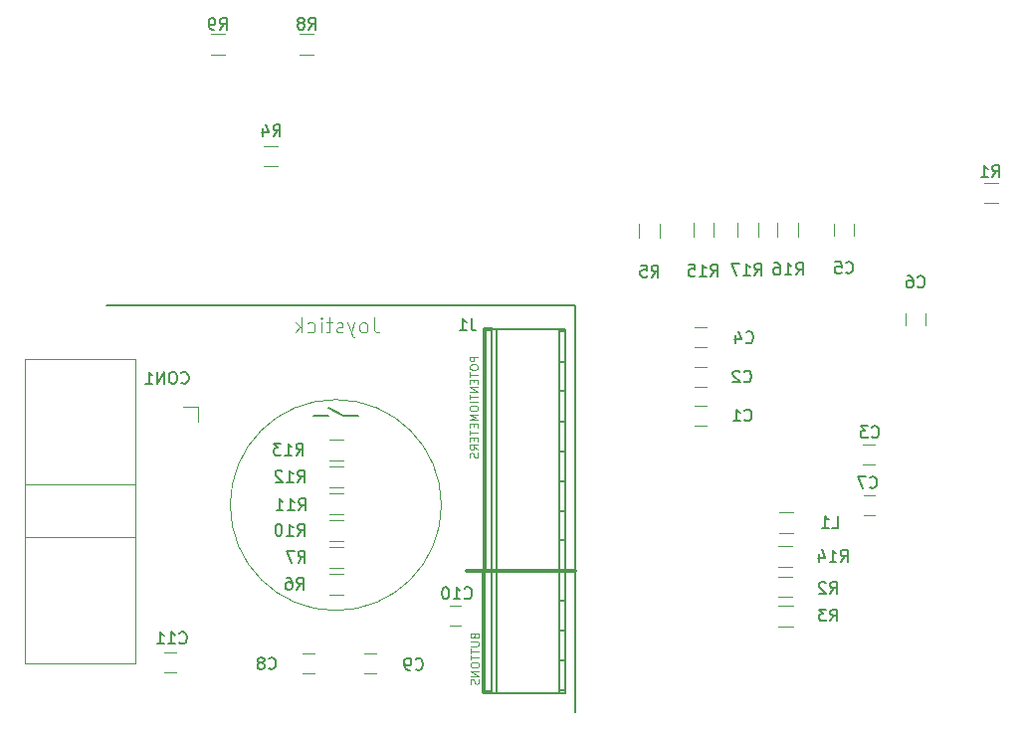
<source format=gbr>
G04 #@! TF.GenerationSoftware,KiCad,Pcbnew,5.0.0-fee4fd1~66~ubuntu18.04.1*
G04 #@! TF.CreationDate,2018-10-12T23:09:15+02:00*
G04 #@! TF.ProjectId,midi-v2-circuit,6D6964692D76322D636972637569742E,rev?*
G04 #@! TF.SameCoordinates,Original*
G04 #@! TF.FileFunction,Legend,Bot*
G04 #@! TF.FilePolarity,Positive*
%FSLAX46Y46*%
G04 Gerber Fmt 4.6, Leading zero omitted, Abs format (unit mm)*
G04 Created by KiCad (PCBNEW 5.0.0-fee4fd1~66~ubuntu18.04.1) date Fri Oct 12 23:09:15 2018*
%MOMM*%
%LPD*%
G01*
G04 APERTURE LIST*
%ADD10C,0.100000*%
%ADD11C,0.300000*%
%ADD12C,0.200000*%
%ADD13C,0.203200*%
%ADD14C,0.101600*%
%ADD15C,0.120000*%
%ADD16C,0.150000*%
G04 APERTURE END LIST*
D10*
X136638466Y-81695666D02*
X135938466Y-81695666D01*
X135938466Y-81962333D01*
X135971800Y-82029000D01*
X136005133Y-82062333D01*
X136071800Y-82095666D01*
X136171800Y-82095666D01*
X136238466Y-82062333D01*
X136271800Y-82029000D01*
X136305133Y-81962333D01*
X136305133Y-81695666D01*
X135938466Y-82529000D02*
X135938466Y-82662333D01*
X135971800Y-82729000D01*
X136038466Y-82795666D01*
X136171800Y-82829000D01*
X136405133Y-82829000D01*
X136538466Y-82795666D01*
X136605133Y-82729000D01*
X136638466Y-82662333D01*
X136638466Y-82529000D01*
X136605133Y-82462333D01*
X136538466Y-82395666D01*
X136405133Y-82362333D01*
X136171800Y-82362333D01*
X136038466Y-82395666D01*
X135971800Y-82462333D01*
X135938466Y-82529000D01*
X135938466Y-83029000D02*
X135938466Y-83429000D01*
X136638466Y-83229000D02*
X135938466Y-83229000D01*
X136271800Y-83662333D02*
X136271800Y-83895666D01*
X136638466Y-83995666D02*
X136638466Y-83662333D01*
X135938466Y-83662333D01*
X135938466Y-83995666D01*
X136638466Y-84295666D02*
X135938466Y-84295666D01*
X136638466Y-84695666D01*
X135938466Y-84695666D01*
X135938466Y-84929000D02*
X135938466Y-85329000D01*
X136638466Y-85129000D02*
X135938466Y-85129000D01*
X136638466Y-85562333D02*
X135938466Y-85562333D01*
X135938466Y-86029000D02*
X135938466Y-86162333D01*
X135971800Y-86229000D01*
X136038466Y-86295666D01*
X136171800Y-86329000D01*
X136405133Y-86329000D01*
X136538466Y-86295666D01*
X136605133Y-86229000D01*
X136638466Y-86162333D01*
X136638466Y-86029000D01*
X136605133Y-85962333D01*
X136538466Y-85895666D01*
X136405133Y-85862333D01*
X136171800Y-85862333D01*
X136038466Y-85895666D01*
X135971800Y-85962333D01*
X135938466Y-86029000D01*
X136638466Y-86629000D02*
X135938466Y-86629000D01*
X136438466Y-86862333D01*
X135938466Y-87095666D01*
X136638466Y-87095666D01*
X136271800Y-87429000D02*
X136271800Y-87662333D01*
X136638466Y-87762333D02*
X136638466Y-87429000D01*
X135938466Y-87429000D01*
X135938466Y-87762333D01*
X135938466Y-87962333D02*
X135938466Y-88362333D01*
X136638466Y-88162333D02*
X135938466Y-88162333D01*
X136271800Y-88595666D02*
X136271800Y-88829000D01*
X136638466Y-88929000D02*
X136638466Y-88595666D01*
X135938466Y-88595666D01*
X135938466Y-88929000D01*
X136638466Y-89629000D02*
X136305133Y-89395666D01*
X136638466Y-89229000D02*
X135938466Y-89229000D01*
X135938466Y-89495666D01*
X135971800Y-89562333D01*
X136005133Y-89595666D01*
X136071800Y-89629000D01*
X136171800Y-89629000D01*
X136238466Y-89595666D01*
X136271800Y-89562333D01*
X136305133Y-89495666D01*
X136305133Y-89229000D01*
X136605133Y-89895666D02*
X136638466Y-89995666D01*
X136638466Y-90162333D01*
X136605133Y-90229000D01*
X136571800Y-90262333D01*
X136505133Y-90295666D01*
X136438466Y-90295666D01*
X136371800Y-90262333D01*
X136338466Y-90229000D01*
X136305133Y-90162333D01*
X136271800Y-90029000D01*
X136238466Y-89962333D01*
X136205133Y-89929000D01*
X136138466Y-89895666D01*
X136071800Y-89895666D01*
X136005133Y-89929000D01*
X135971800Y-89962333D01*
X135938466Y-90029000D01*
X135938466Y-90195666D01*
X135971800Y-90295666D01*
X136322600Y-105474533D02*
X136355933Y-105574533D01*
X136389266Y-105607866D01*
X136455933Y-105641200D01*
X136555933Y-105641200D01*
X136622600Y-105607866D01*
X136655933Y-105574533D01*
X136689266Y-105507866D01*
X136689266Y-105241200D01*
X135989266Y-105241200D01*
X135989266Y-105474533D01*
X136022600Y-105541200D01*
X136055933Y-105574533D01*
X136122600Y-105607866D01*
X136189266Y-105607866D01*
X136255933Y-105574533D01*
X136289266Y-105541200D01*
X136322600Y-105474533D01*
X136322600Y-105241200D01*
X135989266Y-105941200D02*
X136555933Y-105941200D01*
X136622600Y-105974533D01*
X136655933Y-106007866D01*
X136689266Y-106074533D01*
X136689266Y-106207866D01*
X136655933Y-106274533D01*
X136622600Y-106307866D01*
X136555933Y-106341200D01*
X135989266Y-106341200D01*
X135989266Y-106574533D02*
X135989266Y-106974533D01*
X136689266Y-106774533D02*
X135989266Y-106774533D01*
X135989266Y-107107866D02*
X135989266Y-107507866D01*
X136689266Y-107307866D02*
X135989266Y-107307866D01*
X135989266Y-107874533D02*
X135989266Y-108007866D01*
X136022600Y-108074533D01*
X136089266Y-108141200D01*
X136222600Y-108174533D01*
X136455933Y-108174533D01*
X136589266Y-108141200D01*
X136655933Y-108074533D01*
X136689266Y-108007866D01*
X136689266Y-107874533D01*
X136655933Y-107807866D01*
X136589266Y-107741200D01*
X136455933Y-107707866D01*
X136222600Y-107707866D01*
X136089266Y-107741200D01*
X136022600Y-107807866D01*
X135989266Y-107874533D01*
X136689266Y-108474533D02*
X135989266Y-108474533D01*
X136689266Y-108874533D01*
X135989266Y-108874533D01*
X136655933Y-109174533D02*
X136689266Y-109274533D01*
X136689266Y-109441200D01*
X136655933Y-109507866D01*
X136622600Y-109541200D01*
X136555933Y-109574533D01*
X136489266Y-109574533D01*
X136422600Y-109541200D01*
X136389266Y-109507866D01*
X136355933Y-109441200D01*
X136322600Y-109307866D01*
X136289266Y-109241200D01*
X136255933Y-109207866D01*
X136189266Y-109174533D01*
X136122600Y-109174533D01*
X136055933Y-109207866D01*
X136022600Y-109241200D01*
X135989266Y-109307866D01*
X135989266Y-109474533D01*
X136022600Y-109574533D01*
D11*
X137160000Y-79400400D02*
X137820400Y-79400400D01*
X137160000Y-99949000D02*
X137160000Y-79400400D01*
X135661400Y-99923600D02*
X144881641Y-99923600D01*
X137134600Y-110312200D02*
X137134600Y-99923600D01*
X137668000Y-110312200D02*
X137134600Y-110312200D01*
D12*
X144932400Y-77368400D02*
X105003600Y-77368400D01*
X144932400Y-111988600D02*
X144932400Y-77368400D01*
D13*
G04 #@! TO.C,RV1*
X126441200Y-86715600D02*
X125171200Y-86715600D01*
X125171200Y-86715600D02*
X123901200Y-86080600D01*
X123901200Y-86715600D02*
X122631200Y-86715600D01*
D14*
X133516456Y-94335600D02*
G75*
G03X133516456Y-94335600I-8980256J0D01*
G01*
D15*
G04 #@! TO.C,C6*
X174713000Y-78049500D02*
X174713000Y-79049500D01*
X173013000Y-79049500D02*
X173013000Y-78049500D01*
G04 #@! TO.C,C10*
X134196200Y-102883600D02*
X135196200Y-102883600D01*
X135196200Y-104583600D02*
X134196200Y-104583600D01*
G04 #@! TO.C,C9*
X127931800Y-108647600D02*
X126931800Y-108647600D01*
X126931800Y-106947600D02*
X127931800Y-106947600D01*
G04 #@! TO.C,C11*
X109964600Y-106846000D02*
X110964600Y-106846000D01*
X110964600Y-108546000D02*
X109964600Y-108546000D01*
G04 #@! TO.C,C8*
X121730200Y-106973000D02*
X122730200Y-106973000D01*
X122730200Y-108673000D02*
X121730200Y-108673000D01*
G04 #@! TO.C,CON1*
X112852200Y-85953600D02*
X112852200Y-87223600D01*
X111582200Y-85953600D02*
X112852200Y-85953600D01*
X98102200Y-81873600D02*
X98102200Y-107813600D01*
X107452200Y-81873600D02*
X98102200Y-81873600D01*
X107452200Y-107813600D02*
X98102200Y-107813600D01*
X107452200Y-107813600D02*
X107452200Y-81873600D01*
X107452200Y-92593600D02*
X98102200Y-92593600D01*
X107452200Y-97093600D02*
X98102200Y-97093600D01*
D16*
G04 #@! TO.C,J1*
X143520160Y-94843600D02*
X144018000Y-94843600D01*
X144018000Y-110342680D02*
X144018000Y-79344520D01*
X143520160Y-79344520D02*
X143520160Y-110342680D01*
X138219180Y-110342680D02*
X138219180Y-79344520D01*
X137820400Y-79344520D02*
X137820400Y-110342680D01*
X143520160Y-92344240D02*
X144018000Y-92344240D01*
X143520160Y-97342960D02*
X144018000Y-97342960D01*
X143520160Y-89743280D02*
X144018000Y-89743280D01*
X143520160Y-99943920D02*
X144018000Y-99943920D01*
X143520160Y-107543600D02*
X144018000Y-107543600D01*
X143520160Y-105044240D02*
X144018000Y-105044240D01*
X143520160Y-102445820D02*
X144018000Y-102445820D01*
X143520160Y-87243920D02*
X144018000Y-87243920D01*
X143520160Y-84645500D02*
X144018000Y-84645500D01*
X144018000Y-79545180D02*
X143520160Y-79545180D01*
X143520160Y-110142020D02*
X144018000Y-110142020D01*
X144018000Y-82148680D02*
X143520160Y-82148680D01*
X144018000Y-110340140D02*
X137820400Y-110340140D01*
X137820400Y-79347060D02*
X144018000Y-79347060D01*
D15*
G04 #@! TO.C,C4*
X156075000Y-80885400D02*
X155075000Y-80885400D01*
X155075000Y-79185400D02*
X156075000Y-79185400D01*
G04 #@! TO.C,C1*
X156046080Y-87588167D02*
X155046080Y-87588167D01*
X155046080Y-85888167D02*
X156046080Y-85888167D01*
G04 #@! TO.C,C2*
X156046080Y-84286167D02*
X155046080Y-84286167D01*
X155046080Y-82586167D02*
X156046080Y-82586167D01*
G04 #@! TO.C,R5*
X150351600Y-70367600D02*
X150351600Y-71567600D01*
X152111600Y-71567600D02*
X152111600Y-70367600D01*
G04 #@! TO.C,R4*
X119599000Y-63763000D02*
X118399000Y-63763000D01*
X118399000Y-65523000D02*
X119599000Y-65523000D01*
G04 #@! TO.C,R8*
X121472400Y-55972600D02*
X122672400Y-55972600D01*
X122672400Y-54212600D02*
X121472400Y-54212600D01*
G04 #@! TO.C,R9*
X113903200Y-55998000D02*
X115103200Y-55998000D01*
X115103200Y-54238000D02*
X113903200Y-54238000D01*
G04 #@! TO.C,R1*
X179689200Y-68647200D02*
X180889200Y-68647200D01*
X180889200Y-66887200D02*
X179689200Y-66887200D01*
G04 #@! TO.C,C5*
X166942400Y-71391400D02*
X166942400Y-70391400D01*
X168642400Y-70391400D02*
X168642400Y-71391400D01*
G04 #@! TO.C,R2*
X162192400Y-102175200D02*
X163392400Y-102175200D01*
X163392400Y-100415200D02*
X162192400Y-100415200D01*
G04 #@! TO.C,R3*
X163414000Y-102929800D02*
X162214000Y-102929800D01*
X162214000Y-104689800D02*
X163414000Y-104689800D01*
G04 #@! TO.C,C3*
X170406000Y-90893000D02*
X169406000Y-90893000D01*
X169406000Y-89193000D02*
X170406000Y-89193000D01*
G04 #@! TO.C,C7*
X170426000Y-95211000D02*
X169426000Y-95211000D01*
X169426000Y-93511000D02*
X170426000Y-93511000D01*
G04 #@! TO.C,R6*
X123987000Y-101946600D02*
X125187000Y-101946600D01*
X125187000Y-100186600D02*
X123987000Y-100186600D01*
G04 #@! TO.C,R7*
X123987000Y-99660600D02*
X125187000Y-99660600D01*
X125187000Y-97900600D02*
X123987000Y-97900600D01*
G04 #@! TO.C,R10*
X123987000Y-97374600D02*
X125187000Y-97374600D01*
X125187000Y-95614600D02*
X123987000Y-95614600D01*
G04 #@! TO.C,R11*
X123987000Y-95088600D02*
X125187000Y-95088600D01*
X125187000Y-93328600D02*
X123987000Y-93328600D01*
G04 #@! TO.C,R12*
X123987000Y-92802600D02*
X125187000Y-92802600D01*
X125187000Y-91042600D02*
X123987000Y-91042600D01*
G04 #@! TO.C,R13*
X123987000Y-90516600D02*
X125187000Y-90516600D01*
X125187000Y-88756600D02*
X123987000Y-88756600D01*
G04 #@! TO.C,L1*
X163439400Y-94928800D02*
X162239400Y-94928800D01*
X162239400Y-96688800D02*
X163439400Y-96688800D01*
G04 #@! TO.C,R14*
X162188600Y-99584400D02*
X163388600Y-99584400D01*
X163388600Y-97824400D02*
X162188600Y-97824400D01*
G04 #@! TO.C,R15*
X156709000Y-71529500D02*
X156709000Y-70329500D01*
X154949000Y-70329500D02*
X154949000Y-71529500D01*
G04 #@! TO.C,R16*
X162124500Y-70266000D02*
X162124500Y-71466000D01*
X163884500Y-71466000D02*
X163884500Y-70266000D01*
G04 #@! TO.C,R17*
X160455500Y-71466000D02*
X160455500Y-70266000D01*
X158695500Y-70266000D02*
X158695500Y-71466000D01*
G04 #@! TO.C,RV1*
D14*
X127777723Y-78374723D02*
X127777723Y-79281866D01*
X127838200Y-79463295D01*
X127959152Y-79584247D01*
X128140580Y-79644723D01*
X128261533Y-79644723D01*
X126991533Y-79644723D02*
X127112485Y-79584247D01*
X127172961Y-79523771D01*
X127233438Y-79402819D01*
X127233438Y-79039961D01*
X127172961Y-78919009D01*
X127112485Y-78858533D01*
X126991533Y-78798057D01*
X126810104Y-78798057D01*
X126689152Y-78858533D01*
X126628676Y-78919009D01*
X126568200Y-79039961D01*
X126568200Y-79402819D01*
X126628676Y-79523771D01*
X126689152Y-79584247D01*
X126810104Y-79644723D01*
X126991533Y-79644723D01*
X126144866Y-78798057D02*
X125842485Y-79644723D01*
X125540104Y-78798057D02*
X125842485Y-79644723D01*
X125963438Y-79947104D01*
X126023914Y-80007580D01*
X126144866Y-80068057D01*
X125116771Y-79584247D02*
X124995819Y-79644723D01*
X124753914Y-79644723D01*
X124632961Y-79584247D01*
X124572485Y-79463295D01*
X124572485Y-79402819D01*
X124632961Y-79281866D01*
X124753914Y-79221390D01*
X124935342Y-79221390D01*
X125056295Y-79160914D01*
X125116771Y-79039961D01*
X125116771Y-78979485D01*
X125056295Y-78858533D01*
X124935342Y-78798057D01*
X124753914Y-78798057D01*
X124632961Y-78858533D01*
X124209628Y-78798057D02*
X123725819Y-78798057D01*
X124028200Y-78374723D02*
X124028200Y-79463295D01*
X123967723Y-79584247D01*
X123846771Y-79644723D01*
X123725819Y-79644723D01*
X123302485Y-79644723D02*
X123302485Y-78798057D01*
X123302485Y-78374723D02*
X123362961Y-78435200D01*
X123302485Y-78495676D01*
X123242009Y-78435200D01*
X123302485Y-78374723D01*
X123302485Y-78495676D01*
X122153438Y-79584247D02*
X122274390Y-79644723D01*
X122516295Y-79644723D01*
X122637247Y-79584247D01*
X122697723Y-79523771D01*
X122758200Y-79402819D01*
X122758200Y-79039961D01*
X122697723Y-78919009D01*
X122637247Y-78858533D01*
X122516295Y-78798057D01*
X122274390Y-78798057D01*
X122153438Y-78858533D01*
X121609152Y-79644723D02*
X121609152Y-78374723D01*
X121488200Y-79160914D02*
X121125342Y-79644723D01*
X121125342Y-78798057D02*
X121609152Y-79281866D01*
G04 #@! TO.C,C6*
D16*
X174029666Y-75731642D02*
X174077285Y-75779261D01*
X174220142Y-75826880D01*
X174315380Y-75826880D01*
X174458238Y-75779261D01*
X174553476Y-75684023D01*
X174601095Y-75588785D01*
X174648714Y-75398309D01*
X174648714Y-75255452D01*
X174601095Y-75064976D01*
X174553476Y-74969738D01*
X174458238Y-74874500D01*
X174315380Y-74826880D01*
X174220142Y-74826880D01*
X174077285Y-74874500D01*
X174029666Y-74922119D01*
X173172523Y-74826880D02*
X173363000Y-74826880D01*
X173458238Y-74874500D01*
X173505857Y-74922119D01*
X173601095Y-75064976D01*
X173648714Y-75255452D01*
X173648714Y-75636404D01*
X173601095Y-75731642D01*
X173553476Y-75779261D01*
X173458238Y-75826880D01*
X173267761Y-75826880D01*
X173172523Y-75779261D01*
X173124904Y-75731642D01*
X173077285Y-75636404D01*
X173077285Y-75398309D01*
X173124904Y-75303071D01*
X173172523Y-75255452D01*
X173267761Y-75207833D01*
X173458238Y-75207833D01*
X173553476Y-75255452D01*
X173601095Y-75303071D01*
X173648714Y-75398309D01*
G04 #@! TO.C,C10*
X135491457Y-102236542D02*
X135539076Y-102284161D01*
X135681933Y-102331780D01*
X135777171Y-102331780D01*
X135920028Y-102284161D01*
X136015266Y-102188923D01*
X136062885Y-102093685D01*
X136110504Y-101903209D01*
X136110504Y-101760352D01*
X136062885Y-101569876D01*
X136015266Y-101474638D01*
X135920028Y-101379400D01*
X135777171Y-101331780D01*
X135681933Y-101331780D01*
X135539076Y-101379400D01*
X135491457Y-101427019D01*
X134539076Y-102331780D02*
X135110504Y-102331780D01*
X134824790Y-102331780D02*
X134824790Y-101331780D01*
X134920028Y-101474638D01*
X135015266Y-101569876D01*
X135110504Y-101617495D01*
X133920028Y-101331780D02*
X133824790Y-101331780D01*
X133729552Y-101379400D01*
X133681933Y-101427019D01*
X133634314Y-101522257D01*
X133586695Y-101712733D01*
X133586695Y-101950828D01*
X133634314Y-102141304D01*
X133681933Y-102236542D01*
X133729552Y-102284161D01*
X133824790Y-102331780D01*
X133920028Y-102331780D01*
X134015266Y-102284161D01*
X134062885Y-102236542D01*
X134110504Y-102141304D01*
X134158123Y-101950828D01*
X134158123Y-101712733D01*
X134110504Y-101522257D01*
X134062885Y-101427019D01*
X134015266Y-101379400D01*
X133920028Y-101331780D01*
G04 #@! TO.C,C9*
X131332266Y-108281742D02*
X131379885Y-108329361D01*
X131522742Y-108376980D01*
X131617980Y-108376980D01*
X131760838Y-108329361D01*
X131856076Y-108234123D01*
X131903695Y-108138885D01*
X131951314Y-107948409D01*
X131951314Y-107805552D01*
X131903695Y-107615076D01*
X131856076Y-107519838D01*
X131760838Y-107424600D01*
X131617980Y-107376980D01*
X131522742Y-107376980D01*
X131379885Y-107424600D01*
X131332266Y-107472219D01*
X130856076Y-108376980D02*
X130665600Y-108376980D01*
X130570361Y-108329361D01*
X130522742Y-108281742D01*
X130427504Y-108138885D01*
X130379885Y-107948409D01*
X130379885Y-107567457D01*
X130427504Y-107472219D01*
X130475123Y-107424600D01*
X130570361Y-107376980D01*
X130760838Y-107376980D01*
X130856076Y-107424600D01*
X130903695Y-107472219D01*
X130951314Y-107567457D01*
X130951314Y-107805552D01*
X130903695Y-107900790D01*
X130856076Y-107948409D01*
X130760838Y-107996028D01*
X130570361Y-107996028D01*
X130475123Y-107948409D01*
X130427504Y-107900790D01*
X130379885Y-107805552D01*
G04 #@! TO.C,C11*
X111234457Y-106046542D02*
X111282076Y-106094161D01*
X111424933Y-106141780D01*
X111520171Y-106141780D01*
X111663028Y-106094161D01*
X111758266Y-105998923D01*
X111805885Y-105903685D01*
X111853504Y-105713209D01*
X111853504Y-105570352D01*
X111805885Y-105379876D01*
X111758266Y-105284638D01*
X111663028Y-105189400D01*
X111520171Y-105141780D01*
X111424933Y-105141780D01*
X111282076Y-105189400D01*
X111234457Y-105237019D01*
X110282076Y-106141780D02*
X110853504Y-106141780D01*
X110567790Y-106141780D02*
X110567790Y-105141780D01*
X110663028Y-105284638D01*
X110758266Y-105379876D01*
X110853504Y-105427495D01*
X109329695Y-106141780D02*
X109901123Y-106141780D01*
X109615409Y-106141780D02*
X109615409Y-105141780D01*
X109710647Y-105284638D01*
X109805885Y-105379876D01*
X109901123Y-105427495D01*
G04 #@! TO.C,C8*
X118835466Y-108230942D02*
X118883085Y-108278561D01*
X119025942Y-108326180D01*
X119121180Y-108326180D01*
X119264038Y-108278561D01*
X119359276Y-108183323D01*
X119406895Y-108088085D01*
X119454514Y-107897609D01*
X119454514Y-107754752D01*
X119406895Y-107564276D01*
X119359276Y-107469038D01*
X119264038Y-107373800D01*
X119121180Y-107326180D01*
X119025942Y-107326180D01*
X118883085Y-107373800D01*
X118835466Y-107421419D01*
X118264038Y-107754752D02*
X118359276Y-107707133D01*
X118406895Y-107659514D01*
X118454514Y-107564276D01*
X118454514Y-107516657D01*
X118406895Y-107421419D01*
X118359276Y-107373800D01*
X118264038Y-107326180D01*
X118073561Y-107326180D01*
X117978323Y-107373800D01*
X117930704Y-107421419D01*
X117883085Y-107516657D01*
X117883085Y-107564276D01*
X117930704Y-107659514D01*
X117978323Y-107707133D01*
X118073561Y-107754752D01*
X118264038Y-107754752D01*
X118359276Y-107802371D01*
X118406895Y-107849990D01*
X118454514Y-107945228D01*
X118454514Y-108135704D01*
X118406895Y-108230942D01*
X118359276Y-108278561D01*
X118264038Y-108326180D01*
X118073561Y-108326180D01*
X117978323Y-108278561D01*
X117930704Y-108230942D01*
X117883085Y-108135704D01*
X117883085Y-107945228D01*
X117930704Y-107849990D01*
X117978323Y-107802371D01*
X118073561Y-107754752D01*
G04 #@! TO.C,CON1*
X111399485Y-83897742D02*
X111447104Y-83945361D01*
X111589961Y-83992980D01*
X111685200Y-83992980D01*
X111828057Y-83945361D01*
X111923295Y-83850123D01*
X111970914Y-83754885D01*
X112018533Y-83564409D01*
X112018533Y-83421552D01*
X111970914Y-83231076D01*
X111923295Y-83135838D01*
X111828057Y-83040600D01*
X111685200Y-82992980D01*
X111589961Y-82992980D01*
X111447104Y-83040600D01*
X111399485Y-83088219D01*
X110780438Y-82992980D02*
X110589961Y-82992980D01*
X110494723Y-83040600D01*
X110399485Y-83135838D01*
X110351866Y-83326314D01*
X110351866Y-83659647D01*
X110399485Y-83850123D01*
X110494723Y-83945361D01*
X110589961Y-83992980D01*
X110780438Y-83992980D01*
X110875676Y-83945361D01*
X110970914Y-83850123D01*
X111018533Y-83659647D01*
X111018533Y-83326314D01*
X110970914Y-83135838D01*
X110875676Y-83040600D01*
X110780438Y-82992980D01*
X109923295Y-83992980D02*
X109923295Y-82992980D01*
X109351866Y-83992980D01*
X109351866Y-82992980D01*
X108351866Y-83992980D02*
X108923295Y-83992980D01*
X108637580Y-83992980D02*
X108637580Y-82992980D01*
X108732819Y-83135838D01*
X108828057Y-83231076D01*
X108923295Y-83278695D01*
G04 #@! TO.C,J1*
X136070933Y-78471780D02*
X136070933Y-79186066D01*
X136118552Y-79328923D01*
X136213790Y-79424161D01*
X136356647Y-79471780D01*
X136451885Y-79471780D01*
X135070933Y-79471780D02*
X135642361Y-79471780D01*
X135356647Y-79471780D02*
X135356647Y-78471780D01*
X135451885Y-78614638D01*
X135547123Y-78709876D01*
X135642361Y-78757495D01*
G04 #@! TO.C,C4*
X159424666Y-80468742D02*
X159472285Y-80516361D01*
X159615142Y-80563980D01*
X159710380Y-80563980D01*
X159853238Y-80516361D01*
X159948476Y-80421123D01*
X159996095Y-80325885D01*
X160043714Y-80135409D01*
X160043714Y-79992552D01*
X159996095Y-79802076D01*
X159948476Y-79706838D01*
X159853238Y-79611600D01*
X159710380Y-79563980D01*
X159615142Y-79563980D01*
X159472285Y-79611600D01*
X159424666Y-79659219D01*
X158567523Y-79897314D02*
X158567523Y-80563980D01*
X158805619Y-79516361D02*
X159043714Y-80230647D01*
X158424666Y-80230647D01*
G04 #@! TO.C,C1*
X159297666Y-87098142D02*
X159345285Y-87145761D01*
X159488142Y-87193380D01*
X159583380Y-87193380D01*
X159726238Y-87145761D01*
X159821476Y-87050523D01*
X159869095Y-86955285D01*
X159916714Y-86764809D01*
X159916714Y-86621952D01*
X159869095Y-86431476D01*
X159821476Y-86336238D01*
X159726238Y-86241000D01*
X159583380Y-86193380D01*
X159488142Y-86193380D01*
X159345285Y-86241000D01*
X159297666Y-86288619D01*
X158345285Y-87193380D02*
X158916714Y-87193380D01*
X158631000Y-87193380D02*
X158631000Y-86193380D01*
X158726238Y-86336238D01*
X158821476Y-86431476D01*
X158916714Y-86479095D01*
G04 #@! TO.C,C2*
X159272266Y-83796142D02*
X159319885Y-83843761D01*
X159462742Y-83891380D01*
X159557980Y-83891380D01*
X159700838Y-83843761D01*
X159796076Y-83748523D01*
X159843695Y-83653285D01*
X159891314Y-83462809D01*
X159891314Y-83319952D01*
X159843695Y-83129476D01*
X159796076Y-83034238D01*
X159700838Y-82939000D01*
X159557980Y-82891380D01*
X159462742Y-82891380D01*
X159319885Y-82939000D01*
X159272266Y-82986619D01*
X158891314Y-82986619D02*
X158843695Y-82939000D01*
X158748457Y-82891380D01*
X158510361Y-82891380D01*
X158415123Y-82939000D01*
X158367504Y-82986619D01*
X158319885Y-83081857D01*
X158319885Y-83177095D01*
X158367504Y-83319952D01*
X158938933Y-83891380D01*
X158319885Y-83891380D01*
G04 #@! TO.C,R5*
X151398266Y-74925180D02*
X151731600Y-74448990D01*
X151969695Y-74925180D02*
X151969695Y-73925180D01*
X151588742Y-73925180D01*
X151493504Y-73972800D01*
X151445885Y-74020419D01*
X151398266Y-74115657D01*
X151398266Y-74258514D01*
X151445885Y-74353752D01*
X151493504Y-74401371D01*
X151588742Y-74448990D01*
X151969695Y-74448990D01*
X150493504Y-73925180D02*
X150969695Y-73925180D01*
X151017314Y-74401371D01*
X150969695Y-74353752D01*
X150874457Y-74306133D01*
X150636361Y-74306133D01*
X150541123Y-74353752D01*
X150493504Y-74401371D01*
X150445885Y-74496609D01*
X150445885Y-74734704D01*
X150493504Y-74829942D01*
X150541123Y-74877561D01*
X150636361Y-74925180D01*
X150874457Y-74925180D01*
X150969695Y-74877561D01*
X151017314Y-74829942D01*
G04 #@! TO.C,R4*
X119216466Y-62936380D02*
X119549800Y-62460190D01*
X119787895Y-62936380D02*
X119787895Y-61936380D01*
X119406942Y-61936380D01*
X119311704Y-61984000D01*
X119264085Y-62031619D01*
X119216466Y-62126857D01*
X119216466Y-62269714D01*
X119264085Y-62364952D01*
X119311704Y-62412571D01*
X119406942Y-62460190D01*
X119787895Y-62460190D01*
X118359323Y-62269714D02*
X118359323Y-62936380D01*
X118597419Y-61888761D02*
X118835514Y-62603047D01*
X118216466Y-62603047D01*
G04 #@! TO.C,R8*
X122239066Y-53844980D02*
X122572400Y-53368790D01*
X122810495Y-53844980D02*
X122810495Y-52844980D01*
X122429542Y-52844980D01*
X122334304Y-52892600D01*
X122286685Y-52940219D01*
X122239066Y-53035457D01*
X122239066Y-53178314D01*
X122286685Y-53273552D01*
X122334304Y-53321171D01*
X122429542Y-53368790D01*
X122810495Y-53368790D01*
X121667638Y-53273552D02*
X121762876Y-53225933D01*
X121810495Y-53178314D01*
X121858114Y-53083076D01*
X121858114Y-53035457D01*
X121810495Y-52940219D01*
X121762876Y-52892600D01*
X121667638Y-52844980D01*
X121477161Y-52844980D01*
X121381923Y-52892600D01*
X121334304Y-52940219D01*
X121286685Y-53035457D01*
X121286685Y-53083076D01*
X121334304Y-53178314D01*
X121381923Y-53225933D01*
X121477161Y-53273552D01*
X121667638Y-53273552D01*
X121762876Y-53321171D01*
X121810495Y-53368790D01*
X121858114Y-53464028D01*
X121858114Y-53654504D01*
X121810495Y-53749742D01*
X121762876Y-53797361D01*
X121667638Y-53844980D01*
X121477161Y-53844980D01*
X121381923Y-53797361D01*
X121334304Y-53749742D01*
X121286685Y-53654504D01*
X121286685Y-53464028D01*
X121334304Y-53368790D01*
X121381923Y-53321171D01*
X121477161Y-53273552D01*
G04 #@! TO.C,R9*
X114669866Y-53870380D02*
X115003200Y-53394190D01*
X115241295Y-53870380D02*
X115241295Y-52870380D01*
X114860342Y-52870380D01*
X114765104Y-52918000D01*
X114717485Y-52965619D01*
X114669866Y-53060857D01*
X114669866Y-53203714D01*
X114717485Y-53298952D01*
X114765104Y-53346571D01*
X114860342Y-53394190D01*
X115241295Y-53394190D01*
X114193676Y-53870380D02*
X114003200Y-53870380D01*
X113907961Y-53822761D01*
X113860342Y-53775142D01*
X113765104Y-53632285D01*
X113717485Y-53441809D01*
X113717485Y-53060857D01*
X113765104Y-52965619D01*
X113812723Y-52918000D01*
X113907961Y-52870380D01*
X114098438Y-52870380D01*
X114193676Y-52918000D01*
X114241295Y-52965619D01*
X114288914Y-53060857D01*
X114288914Y-53298952D01*
X114241295Y-53394190D01*
X114193676Y-53441809D01*
X114098438Y-53489428D01*
X113907961Y-53489428D01*
X113812723Y-53441809D01*
X113765104Y-53394190D01*
X113717485Y-53298952D01*
G04 #@! TO.C,R1*
X180379666Y-66416180D02*
X180713000Y-65939990D01*
X180951095Y-66416180D02*
X180951095Y-65416180D01*
X180570142Y-65416180D01*
X180474904Y-65463800D01*
X180427285Y-65511419D01*
X180379666Y-65606657D01*
X180379666Y-65749514D01*
X180427285Y-65844752D01*
X180474904Y-65892371D01*
X180570142Y-65939990D01*
X180951095Y-65939990D01*
X179427285Y-66416180D02*
X179998714Y-66416180D01*
X179713000Y-66416180D02*
X179713000Y-65416180D01*
X179808238Y-65559038D01*
X179903476Y-65654276D01*
X179998714Y-65701895D01*
G04 #@! TO.C,C5*
X167933666Y-74525142D02*
X167981285Y-74572761D01*
X168124142Y-74620380D01*
X168219380Y-74620380D01*
X168362238Y-74572761D01*
X168457476Y-74477523D01*
X168505095Y-74382285D01*
X168552714Y-74191809D01*
X168552714Y-74048952D01*
X168505095Y-73858476D01*
X168457476Y-73763238D01*
X168362238Y-73668000D01*
X168219380Y-73620380D01*
X168124142Y-73620380D01*
X167981285Y-73668000D01*
X167933666Y-73715619D01*
X167028904Y-73620380D02*
X167505095Y-73620380D01*
X167552714Y-74096571D01*
X167505095Y-74048952D01*
X167409857Y-74001333D01*
X167171761Y-74001333D01*
X167076523Y-74048952D01*
X167028904Y-74096571D01*
X166981285Y-74191809D01*
X166981285Y-74429904D01*
X167028904Y-74525142D01*
X167076523Y-74572761D01*
X167171761Y-74620380D01*
X167409857Y-74620380D01*
X167505095Y-74572761D01*
X167552714Y-74525142D01*
G04 #@! TO.C,R2*
X166587466Y-101874580D02*
X166920800Y-101398390D01*
X167158895Y-101874580D02*
X167158895Y-100874580D01*
X166777942Y-100874580D01*
X166682704Y-100922200D01*
X166635085Y-100969819D01*
X166587466Y-101065057D01*
X166587466Y-101207914D01*
X166635085Y-101303152D01*
X166682704Y-101350771D01*
X166777942Y-101398390D01*
X167158895Y-101398390D01*
X166206514Y-100969819D02*
X166158895Y-100922200D01*
X166063657Y-100874580D01*
X165825561Y-100874580D01*
X165730323Y-100922200D01*
X165682704Y-100969819D01*
X165635085Y-101065057D01*
X165635085Y-101160295D01*
X165682704Y-101303152D01*
X166254133Y-101874580D01*
X165635085Y-101874580D01*
G04 #@! TO.C,R3*
X166612866Y-104211380D02*
X166946200Y-103735190D01*
X167184295Y-104211380D02*
X167184295Y-103211380D01*
X166803342Y-103211380D01*
X166708104Y-103259000D01*
X166660485Y-103306619D01*
X166612866Y-103401857D01*
X166612866Y-103544714D01*
X166660485Y-103639952D01*
X166708104Y-103687571D01*
X166803342Y-103735190D01*
X167184295Y-103735190D01*
X166279533Y-103211380D02*
X165660485Y-103211380D01*
X165993819Y-103592333D01*
X165850961Y-103592333D01*
X165755723Y-103639952D01*
X165708104Y-103687571D01*
X165660485Y-103782809D01*
X165660485Y-104020904D01*
X165708104Y-104116142D01*
X165755723Y-104163761D01*
X165850961Y-104211380D01*
X166136676Y-104211380D01*
X166231914Y-104163761D01*
X166279533Y-104116142D01*
G04 #@! TO.C,C3*
X170143466Y-88520542D02*
X170191085Y-88568161D01*
X170333942Y-88615780D01*
X170429180Y-88615780D01*
X170572038Y-88568161D01*
X170667276Y-88472923D01*
X170714895Y-88377685D01*
X170762514Y-88187209D01*
X170762514Y-88044352D01*
X170714895Y-87853876D01*
X170667276Y-87758638D01*
X170572038Y-87663400D01*
X170429180Y-87615780D01*
X170333942Y-87615780D01*
X170191085Y-87663400D01*
X170143466Y-87711019D01*
X169810133Y-87615780D02*
X169191085Y-87615780D01*
X169524419Y-87996733D01*
X169381561Y-87996733D01*
X169286323Y-88044352D01*
X169238704Y-88091971D01*
X169191085Y-88187209D01*
X169191085Y-88425304D01*
X169238704Y-88520542D01*
X169286323Y-88568161D01*
X169381561Y-88615780D01*
X169667276Y-88615780D01*
X169762514Y-88568161D01*
X169810133Y-88520542D01*
G04 #@! TO.C,C7*
X169965666Y-92813142D02*
X170013285Y-92860761D01*
X170156142Y-92908380D01*
X170251380Y-92908380D01*
X170394238Y-92860761D01*
X170489476Y-92765523D01*
X170537095Y-92670285D01*
X170584714Y-92479809D01*
X170584714Y-92336952D01*
X170537095Y-92146476D01*
X170489476Y-92051238D01*
X170394238Y-91956000D01*
X170251380Y-91908380D01*
X170156142Y-91908380D01*
X170013285Y-91956000D01*
X169965666Y-92003619D01*
X169632333Y-91908380D02*
X168965666Y-91908380D01*
X169394238Y-92908380D01*
G04 #@! TO.C,R6*
X121197666Y-101518980D02*
X121531000Y-101042790D01*
X121769095Y-101518980D02*
X121769095Y-100518980D01*
X121388142Y-100518980D01*
X121292904Y-100566600D01*
X121245285Y-100614219D01*
X121197666Y-100709457D01*
X121197666Y-100852314D01*
X121245285Y-100947552D01*
X121292904Y-100995171D01*
X121388142Y-101042790D01*
X121769095Y-101042790D01*
X120340523Y-100518980D02*
X120531000Y-100518980D01*
X120626238Y-100566600D01*
X120673857Y-100614219D01*
X120769095Y-100757076D01*
X120816714Y-100947552D01*
X120816714Y-101328504D01*
X120769095Y-101423742D01*
X120721476Y-101471361D01*
X120626238Y-101518980D01*
X120435761Y-101518980D01*
X120340523Y-101471361D01*
X120292904Y-101423742D01*
X120245285Y-101328504D01*
X120245285Y-101090409D01*
X120292904Y-100995171D01*
X120340523Y-100947552D01*
X120435761Y-100899933D01*
X120626238Y-100899933D01*
X120721476Y-100947552D01*
X120769095Y-100995171D01*
X120816714Y-101090409D01*
G04 #@! TO.C,R7*
X121324666Y-99232980D02*
X121658000Y-98756790D01*
X121896095Y-99232980D02*
X121896095Y-98232980D01*
X121515142Y-98232980D01*
X121419904Y-98280600D01*
X121372285Y-98328219D01*
X121324666Y-98423457D01*
X121324666Y-98566314D01*
X121372285Y-98661552D01*
X121419904Y-98709171D01*
X121515142Y-98756790D01*
X121896095Y-98756790D01*
X120991333Y-98232980D02*
X120324666Y-98232980D01*
X120753238Y-99232980D01*
G04 #@! TO.C,R10*
X121292857Y-96946980D02*
X121626190Y-96470790D01*
X121864285Y-96946980D02*
X121864285Y-95946980D01*
X121483333Y-95946980D01*
X121388095Y-95994600D01*
X121340476Y-96042219D01*
X121292857Y-96137457D01*
X121292857Y-96280314D01*
X121340476Y-96375552D01*
X121388095Y-96423171D01*
X121483333Y-96470790D01*
X121864285Y-96470790D01*
X120340476Y-96946980D02*
X120911904Y-96946980D01*
X120626190Y-96946980D02*
X120626190Y-95946980D01*
X120721428Y-96089838D01*
X120816666Y-96185076D01*
X120911904Y-96232695D01*
X119721428Y-95946980D02*
X119626190Y-95946980D01*
X119530952Y-95994600D01*
X119483333Y-96042219D01*
X119435714Y-96137457D01*
X119388095Y-96327933D01*
X119388095Y-96566028D01*
X119435714Y-96756504D01*
X119483333Y-96851742D01*
X119530952Y-96899361D01*
X119626190Y-96946980D01*
X119721428Y-96946980D01*
X119816666Y-96899361D01*
X119864285Y-96851742D01*
X119911904Y-96756504D01*
X119959523Y-96566028D01*
X119959523Y-96327933D01*
X119911904Y-96137457D01*
X119864285Y-96042219D01*
X119816666Y-95994600D01*
X119721428Y-95946980D01*
G04 #@! TO.C,R11*
X121372857Y-94787980D02*
X121706190Y-94311790D01*
X121944285Y-94787980D02*
X121944285Y-93787980D01*
X121563333Y-93787980D01*
X121468095Y-93835600D01*
X121420476Y-93883219D01*
X121372857Y-93978457D01*
X121372857Y-94121314D01*
X121420476Y-94216552D01*
X121468095Y-94264171D01*
X121563333Y-94311790D01*
X121944285Y-94311790D01*
X120420476Y-94787980D02*
X120991904Y-94787980D01*
X120706190Y-94787980D02*
X120706190Y-93787980D01*
X120801428Y-93930838D01*
X120896666Y-94026076D01*
X120991904Y-94073695D01*
X119468095Y-94787980D02*
X120039523Y-94787980D01*
X119753809Y-94787980D02*
X119753809Y-93787980D01*
X119849047Y-93930838D01*
X119944285Y-94026076D01*
X120039523Y-94073695D01*
G04 #@! TO.C,R12*
X121292857Y-92374980D02*
X121626190Y-91898790D01*
X121864285Y-92374980D02*
X121864285Y-91374980D01*
X121483333Y-91374980D01*
X121388095Y-91422600D01*
X121340476Y-91470219D01*
X121292857Y-91565457D01*
X121292857Y-91708314D01*
X121340476Y-91803552D01*
X121388095Y-91851171D01*
X121483333Y-91898790D01*
X121864285Y-91898790D01*
X120340476Y-92374980D02*
X120911904Y-92374980D01*
X120626190Y-92374980D02*
X120626190Y-91374980D01*
X120721428Y-91517838D01*
X120816666Y-91613076D01*
X120911904Y-91660695D01*
X119959523Y-91470219D02*
X119911904Y-91422600D01*
X119816666Y-91374980D01*
X119578571Y-91374980D01*
X119483333Y-91422600D01*
X119435714Y-91470219D01*
X119388095Y-91565457D01*
X119388095Y-91660695D01*
X119435714Y-91803552D01*
X120007142Y-92374980D01*
X119388095Y-92374980D01*
G04 #@! TO.C,R13*
X121165857Y-90088980D02*
X121499190Y-89612790D01*
X121737285Y-90088980D02*
X121737285Y-89088980D01*
X121356333Y-89088980D01*
X121261095Y-89136600D01*
X121213476Y-89184219D01*
X121165857Y-89279457D01*
X121165857Y-89422314D01*
X121213476Y-89517552D01*
X121261095Y-89565171D01*
X121356333Y-89612790D01*
X121737285Y-89612790D01*
X120213476Y-90088980D02*
X120784904Y-90088980D01*
X120499190Y-90088980D02*
X120499190Y-89088980D01*
X120594428Y-89231838D01*
X120689666Y-89327076D01*
X120784904Y-89374695D01*
X119880142Y-89088980D02*
X119261095Y-89088980D01*
X119594428Y-89469933D01*
X119451571Y-89469933D01*
X119356333Y-89517552D01*
X119308714Y-89565171D01*
X119261095Y-89660409D01*
X119261095Y-89898504D01*
X119308714Y-89993742D01*
X119356333Y-90041361D01*
X119451571Y-90088980D01*
X119737285Y-90088980D01*
X119832523Y-90041361D01*
X119880142Y-89993742D01*
G04 #@! TO.C,L1*
X166739866Y-96261180D02*
X167216057Y-96261180D01*
X167216057Y-95261180D01*
X165882723Y-96261180D02*
X166454152Y-96261180D01*
X166168438Y-96261180D02*
X166168438Y-95261180D01*
X166263676Y-95404038D01*
X166358914Y-95499276D01*
X166454152Y-95546895D01*
G04 #@! TO.C,R14*
X167495457Y-99156780D02*
X167828790Y-98680590D01*
X168066885Y-99156780D02*
X168066885Y-98156780D01*
X167685933Y-98156780D01*
X167590695Y-98204400D01*
X167543076Y-98252019D01*
X167495457Y-98347257D01*
X167495457Y-98490114D01*
X167543076Y-98585352D01*
X167590695Y-98632971D01*
X167685933Y-98680590D01*
X168066885Y-98680590D01*
X166543076Y-99156780D02*
X167114504Y-99156780D01*
X166828790Y-99156780D02*
X166828790Y-98156780D01*
X166924028Y-98299638D01*
X167019266Y-98394876D01*
X167114504Y-98442495D01*
X165685933Y-98490114D02*
X165685933Y-99156780D01*
X165924028Y-98109161D02*
X166162123Y-98823447D01*
X165543076Y-98823447D01*
G04 #@! TO.C,R15*
X156421057Y-74848980D02*
X156754390Y-74372790D01*
X156992485Y-74848980D02*
X156992485Y-73848980D01*
X156611533Y-73848980D01*
X156516295Y-73896600D01*
X156468676Y-73944219D01*
X156421057Y-74039457D01*
X156421057Y-74182314D01*
X156468676Y-74277552D01*
X156516295Y-74325171D01*
X156611533Y-74372790D01*
X156992485Y-74372790D01*
X155468676Y-74848980D02*
X156040104Y-74848980D01*
X155754390Y-74848980D02*
X155754390Y-73848980D01*
X155849628Y-73991838D01*
X155944866Y-74087076D01*
X156040104Y-74134695D01*
X154563914Y-73848980D02*
X155040104Y-73848980D01*
X155087723Y-74325171D01*
X155040104Y-74277552D01*
X154944866Y-74229933D01*
X154706771Y-74229933D01*
X154611533Y-74277552D01*
X154563914Y-74325171D01*
X154516295Y-74420409D01*
X154516295Y-74658504D01*
X154563914Y-74753742D01*
X154611533Y-74801361D01*
X154706771Y-74848980D01*
X154944866Y-74848980D01*
X155040104Y-74801361D01*
X155087723Y-74753742D01*
G04 #@! TO.C,R16*
X163685457Y-74721980D02*
X164018790Y-74245790D01*
X164256885Y-74721980D02*
X164256885Y-73721980D01*
X163875933Y-73721980D01*
X163780695Y-73769600D01*
X163733076Y-73817219D01*
X163685457Y-73912457D01*
X163685457Y-74055314D01*
X163733076Y-74150552D01*
X163780695Y-74198171D01*
X163875933Y-74245790D01*
X164256885Y-74245790D01*
X162733076Y-74721980D02*
X163304504Y-74721980D01*
X163018790Y-74721980D02*
X163018790Y-73721980D01*
X163114028Y-73864838D01*
X163209266Y-73960076D01*
X163304504Y-74007695D01*
X161875933Y-73721980D02*
X162066409Y-73721980D01*
X162161647Y-73769600D01*
X162209266Y-73817219D01*
X162304504Y-73960076D01*
X162352123Y-74150552D01*
X162352123Y-74531504D01*
X162304504Y-74626742D01*
X162256885Y-74674361D01*
X162161647Y-74721980D01*
X161971171Y-74721980D01*
X161875933Y-74674361D01*
X161828314Y-74626742D01*
X161780695Y-74531504D01*
X161780695Y-74293409D01*
X161828314Y-74198171D01*
X161875933Y-74150552D01*
X161971171Y-74102933D01*
X162161647Y-74102933D01*
X162256885Y-74150552D01*
X162304504Y-74198171D01*
X162352123Y-74293409D01*
G04 #@! TO.C,R17*
X160154857Y-74798180D02*
X160488190Y-74321990D01*
X160726285Y-74798180D02*
X160726285Y-73798180D01*
X160345333Y-73798180D01*
X160250095Y-73845800D01*
X160202476Y-73893419D01*
X160154857Y-73988657D01*
X160154857Y-74131514D01*
X160202476Y-74226752D01*
X160250095Y-74274371D01*
X160345333Y-74321990D01*
X160726285Y-74321990D01*
X159202476Y-74798180D02*
X159773904Y-74798180D01*
X159488190Y-74798180D02*
X159488190Y-73798180D01*
X159583428Y-73941038D01*
X159678666Y-74036276D01*
X159773904Y-74083895D01*
X158869142Y-73798180D02*
X158202476Y-73798180D01*
X158631047Y-74798180D01*
G04 #@! TD*
M02*

</source>
